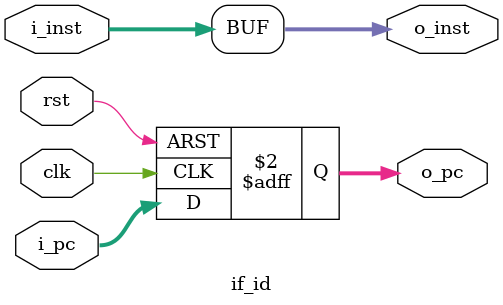
<source format=sv>
module if_id(
    input                   clk,
    input                   rst,
    input           [31:0]  i_pc,
    input           [31:0]  i_inst,

    output  logic   [31:0]  o_pc,
    output  logic   [31:0]  o_inst
);

    always_ff @(posedge clk, posedge rst) begin
        if (rst) begin
            o_pc <= 'd0;
        end else begin
            o_pc <= i_pc;
        end
    end

    assign o_inst = i_inst;
endmodule
</source>
